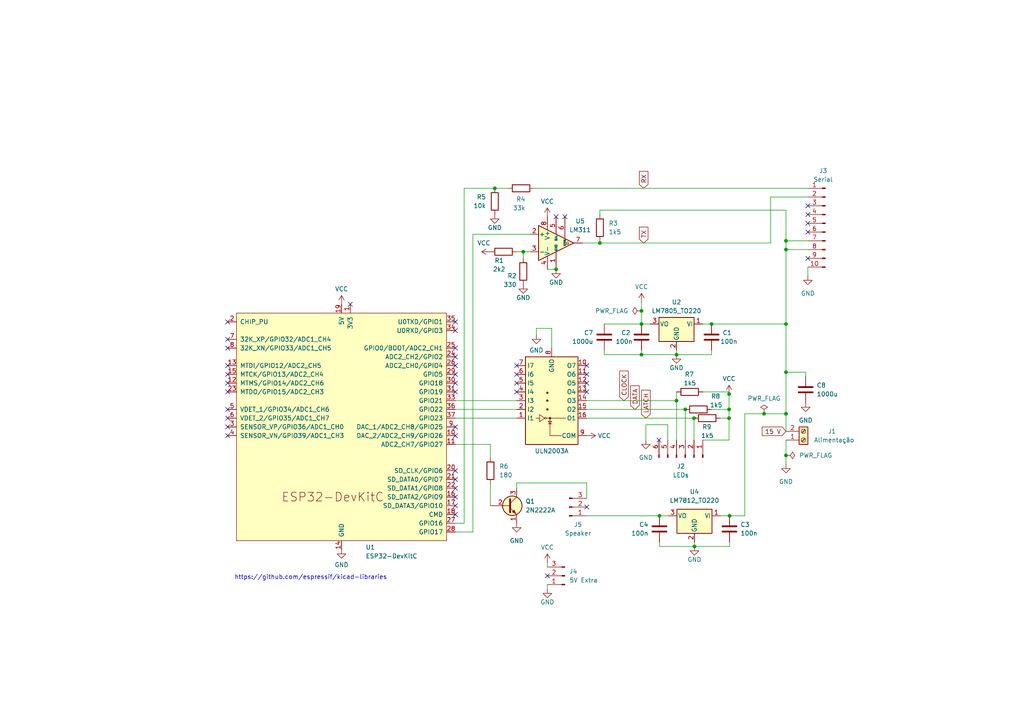
<source format=kicad_sch>
(kicad_sch (version 20231120) (generator "eeschema") (generator_version "8.0")
  (paper "A4")
  (lib_symbols
    (symbol "Comparator:LM311" (pin_names (offset 0.127))
      (property "Reference" "U" (at 3.81 6.35 0))
      (property "Value" "LM311" (at 3.81 3.81 0))
      (symbol "LM311_0_1"
        (polyline (pts (xy 5.08 0) (xy -5.08 5.08) (xy -5.08 -5.08) (xy 5.08 0)) (stroke (width 0.254)) (fill (type background)))
        (polyline (pts (xy 3.683 -0.381) (xy 3.302 -0.381) (xy 3.683 0) (xy 3.302 0.381) (xy 2.921 0) (xy 3.302 -0.381) (xy 2.921 -0.381)) (stroke (width 0.127)))
      )
      (symbol "LM311_1_1"
        (pin passive line (at 0 -7.62 90) (length 5.08) (name "GND") (number "1"))
        (pin input line (at -7.62 2.54 0) (length 2.54) (name "+") (number "2"))
        (pin input line (at -7.62 -2.54 0) (length 2.54) (name "-") (number "3"))
        (pin power_in line (at -2.54 -7.62 90) (length 3.81) (name "V-") (number "4"))
        (pin input line (at 0 7.62 270) (length 5.08) (name "BAL") (number "5"))
        (pin input line (at 2.54 7.62 270) (length 6.35) (name "STRB") (number "6"))
        (pin open_collector line (at 7.62 0 180) (length 2.54) (name "~") (number "7"))
        (pin power_in line (at -2.54 7.62 270) (length 3.81) (name "V+") (number "8"))
      )
    )
    (symbol "Connector:Conn_01x03_Pin" (pin_names (offset 1.016) hide)
      (property "Reference" "J" (at 0 5.08 0))
      (property "Value" "Conn_01x03_Pin" (at 0 -5.08 0))
      (symbol "Conn_01x03_Pin_1_1"
        (polyline (pts (xy 1.27 -2.54) (xy 0.8636 -2.54)) (stroke (width 0.1524)))
        (polyline (pts (xy 1.27 0) (xy 0.8636 0)) (stroke (width 0.1524)))
        (polyline (pts (xy 1.27 2.54) (xy 0.8636 2.54)) (stroke (width 0.1524)))
        (rectangle (start 0.8636 -2.413) (end 0 -2.667) (stroke (width 0.1524)) (fill (type outline)))
        (rectangle (start 0.8636 0.127) (end 0 -0.127) (stroke (width 0.1524)) (fill (type outline)))
        (rectangle (start 0.8636 2.667) (end 0 2.413) (stroke (width 0.1524)) (fill (type outline)))
        (pin passive line (at 5.08 2.54 180) (length 3.81) (name "Pin_1") (number "1"))
        (pin passive line (at 5.08 0 180) (length 3.81) (name "Pin_2") (number "2"))
        (pin passive line (at 5.08 -2.54 180) (length 3.81) (name "Pin_3") (number "3"))
      )
    )
    (symbol "Connector:Conn_01x06_Pin" (pin_names (offset 1.016) hide)
      (property "Reference" "J" (at 0 7.62 0))
      (property "Value" "Conn_01x06_Pin" (at 0 -10.16 0))
      (symbol "Conn_01x06_Pin_1_1"
        (polyline (pts (xy 1.27 -7.62) (xy 0.8636 -7.62)) (stroke (width 0.1524)))
        (polyline (pts (xy 1.27 -5.08) (xy 0.8636 -5.08)) (stroke (width 0.1524)))
        (polyline (pts (xy 1.27 -2.54) (xy 0.8636 -2.54)) (stroke (width 0.1524)))
        (polyline (pts (xy 1.27 0) (xy 0.8636 0)) (stroke (width 0.1524)))
        (polyline (pts (xy 1.27 2.54) (xy 0.8636 2.54)) (stroke (width 0.1524)))
        (polyline (pts (xy 1.27 5.08) (xy 0.8636 5.08)) (stroke (width 0.1524)))
        (rectangle (start 0.8636 -7.493) (end 0 -7.747) (stroke (width 0.1524)) (fill (type outline)))
        (rectangle (start 0.8636 -4.953) (end 0 -5.207) (stroke (width 0.1524)) (fill (type outline)))
        (rectangle (start 0.8636 -2.413) (end 0 -2.667) (stroke (width 0.1524)) (fill (type outline)))
        (rectangle (start 0.8636 0.127) (end 0 -0.127) (stroke (width 0.1524)) (fill (type outline)))
        (rectangle (start 0.8636 2.667) (end 0 2.413) (stroke (width 0.1524)) (fill (type outline)))
        (rectangle (start 0.8636 5.207) (end 0 4.953) (stroke (width 0.1524)) (fill (type outline)))
        (pin passive line (at 5.08 5.08 180) (length 3.81) (name "Pin_1") (number "1"))
        (pin passive line (at 5.08 2.54 180) (length 3.81) (name "Pin_2") (number "2"))
        (pin passive line (at 5.08 0 180) (length 3.81) (name "Pin_3") (number "3"))
        (pin passive line (at 5.08 -2.54 180) (length 3.81) (name "Pin_4") (number "4"))
        (pin passive line (at 5.08 -5.08 180) (length 3.81) (name "Pin_5") (number "5"))
        (pin passive line (at 5.08 -7.62 180) (length 3.81) (name "Pin_6") (number "6"))
      )
    )
    (symbol "Connector:Conn_01x10_Pin" (pin_names (offset 1.016) hide)
      (property "Reference" "J" (at 0 12.7 0))
      (property "Value" "Conn_01x10_Pin" (at 0 -15.24 0))
      (symbol "Conn_01x10_Pin_1_1"
        (polyline (pts (xy 1.27 -12.7) (xy 0.8636 -12.7)) (stroke (width 0.1524)))
        (polyline (pts (xy 1.27 -10.16) (xy 0.8636 -10.16)) (stroke (width 0.1524)))
        (polyline (pts (xy 1.27 -7.62) (xy 0.8636 -7.62)) (stroke (width 0.1524)))
        (polyline (pts (xy 1.27 -5.08) (xy 0.8636 -5.08)) (stroke (width 0.1524)))
        (polyline (pts (xy 1.27 -2.54) (xy 0.8636 -2.54)) (stroke (width 0.1524)))
        (polyline (pts (xy 1.27 0) (xy 0.8636 0)) (stroke (width 0.1524)))
        (polyline (pts (xy 1.27 2.54) (xy 0.8636 2.54)) (stroke (width 0.1524)))
        (polyline (pts (xy 1.27 5.08) (xy 0.8636 5.08)) (stroke (width 0.1524)))
        (polyline (pts (xy 1.27 7.62) (xy 0.8636 7.62)) (stroke (width 0.1524)))
        (polyline (pts (xy 1.27 10.16) (xy 0.8636 10.16)) (stroke (width 0.1524)))
        (rectangle (start 0.8636 -12.573) (end 0 -12.827) (stroke (width 0.1524)) (fill (type outline)))
        (rectangle (start 0.8636 -10.033) (end 0 -10.287) (stroke (width 0.1524)) (fill (type outline)))
        (rectangle (start 0.8636 -7.493) (end 0 -7.747) (stroke (width 0.1524)) (fill (type outline)))
        (rectangle (start 0.8636 -4.953) (end 0 -5.207) (stroke (width 0.1524)) (fill (type outline)))
        (rectangle (start 0.8636 -2.413) (end 0 -2.667) (stroke (width 0.1524)) (fill (type outline)))
        (rectangle (start 0.8636 0.127) (end 0 -0.127) (stroke (width 0.1524)) (fill (type outline)))
        (rectangle (start 0.8636 2.667) (end 0 2.413) (stroke (width 0.1524)) (fill (type outline)))
        (rectangle (start 0.8636 5.207) (end 0 4.953) (stroke (width 0.1524)) (fill (type outline)))
        (rectangle (start 0.8636 7.747) (end 0 7.493) (stroke (width 0.1524)) (fill (type outline)))
        (rectangle (start 0.8636 10.287) (end 0 10.033) (stroke (width 0.1524)) (fill (type outline)))
        (pin passive line (at 5.08 10.16 180) (length 3.81) (name "Pin_1") (number "1"))
        (pin passive line (at 5.08 -12.7 180) (length 3.81) (name "Pin_10") (number "10"))
        (pin passive line (at 5.08 7.62 180) (length 3.81) (name "Pin_2") (number "2"))
        (pin passive line (at 5.08 5.08 180) (length 3.81) (name "Pin_3") (number "3"))
        (pin passive line (at 5.08 2.54 180) (length 3.81) (name "Pin_4") (number "4"))
        (pin passive line (at 5.08 0 180) (length 3.81) (name "Pin_5") (number "5"))
        (pin passive line (at 5.08 -2.54 180) (length 3.81) (name "Pin_6") (number "6"))
        (pin passive line (at 5.08 -5.08 180) (length 3.81) (name "Pin_7") (number "7"))
        (pin passive line (at 5.08 -7.62 180) (length 3.81) (name "Pin_8") (number "8"))
        (pin passive line (at 5.08 -10.16 180) (length 3.81) (name "Pin_9") (number "9"))
      )
    )
    (symbol "Connector:Screw_Terminal_01x02" (pin_names (offset 1.016) hide)
      (property "Reference" "J" (at 0 2.54 0))
      (property "Value" "Screw_Terminal_01x02" (at 0 -5.08 0))
      (symbol "Screw_Terminal_01x02_1_1"
        (rectangle (start -1.27 1.27) (end 1.27 -3.81) (stroke (width 0.254)) (fill (type background)))
        (circle (center 0 -2.54) (radius 0.635) (stroke (width 0.1524)))
        (polyline (pts (xy -0.5334 -2.2098) (xy 0.3302 -3.048)) (stroke (width 0.1524)))
        (polyline (pts (xy -0.5334 0.3302) (xy 0.3302 -0.508)) (stroke (width 0.1524)))
        (polyline (pts (xy -0.3556 -2.032) (xy 0.508 -2.8702)) (stroke (width 0.1524)))
        (polyline (pts (xy -0.3556 0.508) (xy 0.508 -0.3302)) (stroke (width 0.1524)))
        (circle (center 0 0) (radius 0.635) (stroke (width 0.1524)))
        (pin passive line (at -5.08 0 0) (length 3.81) (name "Pin_1") (number "1"))
        (pin passive line (at -5.08 -2.54 0) (length 3.81) (name "Pin_2") (number "2"))
      )
    )
    (symbol "Device:C" (pin_numbers hide) (pin_names (offset 0.254))
      (property "Reference" "C" (at 0.635 2.54 0))
      (property "Value" "C" (at 0.635 -2.54 0))
      (symbol "C_0_1"
        (polyline (pts (xy -2.032 -0.762) (xy 2.032 -0.762)) (stroke (width 0.508)))
        (polyline (pts (xy -2.032 0.762) (xy 2.032 0.762)) (stroke (width 0.508)))
      )
      (symbol "C_1_1"
        (pin passive line (at 0 3.81 270) (length 2.794) (name "~") (number "1"))
        (pin passive line (at 0 -3.81 90) (length 2.794) (name "~") (number "2"))
      )
    )
    (symbol "Device:R" (pin_numbers hide) (pin_names (offset 0))
      (property "Reference" "R" (at 2.032 0 90))
      (property "Value" "R" (at 0 0 90))
      (symbol "R_0_1"
        (rectangle (start -1.016 -2.54) (end 1.016 2.54) (stroke (width 0.254)))
      )
      (symbol "R_1_1"
        (pin passive line (at 0 3.81 270) (length 1.27) (name "~") (number "1"))
        (pin passive line (at 0 -3.81 90) (length 1.27) (name "~") (number "2"))
      )
    )
    (symbol "PCM_Espressif:ESP32-DevKitC" (pin_names (offset 1.016))
      (property "Reference" "U" (at -30.48 38.1 0))
      (property "Value" "ESP32-DevKitC" (at -30.48 35.56 0))
      (symbol "ESP32-DevKitC_0_0"
        (text "ESP32-DevKitC" (at -2.54 -20.32 0) (effects (font (size 2.54 2.54))))
        (pin power_in line (at 0 -35.56 90) (length 2.54) (name "GND") (number "14"))
        (pin power_in line (at 0 35.56 270) (length 2.54) (name "5V") (number "19"))
      )
      (symbol "ESP32-DevKitC_0_1"
        (rectangle (start -30.48 33.02) (end 30.48 -33.02) (fill (type background)))
      )
      (symbol "ESP32-DevKitC_1_1"
        (pin power_in line (at 2.54 35.56 270) (length 2.54) (name "3V3") (number "1"))
        (pin bidirectional line (at 33.02 -2.54 180) (length 2.54) (name "DAC_2/ADC2_CH9/GPIO26") (number "10"))
        (pin bidirectional line (at 33.02 -5.08 180) (length 2.54) (name "ADC2_CH7/GPIO27") (number "11"))
        (pin bidirectional line (at -33.02 12.7 0) (length 2.54) (name "MTMS/GPIO14/ADC2_CH6") (number "12"))
        (pin bidirectional line (at -33.02 17.78 0) (length 2.54) (name "MTDI/GPIO12/ADC2_CH5") (number "13"))
        (pin bidirectional line (at -33.02 15.24 0) (length 2.54) (name "MTCK/GPIO13/ADC2_CH4") (number "15"))
        (pin bidirectional line (at 33.02 -20.32 180) (length 2.54) (name "SD_DATA2/GPIO9") (number "16"))
        (pin bidirectional line (at 33.02 -22.86 180) (length 2.54) (name "SD_DATA3/GPIO10") (number "17"))
        (pin bidirectional line (at 33.02 -25.4 180) (length 2.54) (name "CMD") (number "18"))
        (pin input line (at -33.02 30.48 0) (length 2.54) (name "CHIP_PU") (number "2"))
        (pin bidirectional line (at 33.02 -12.7 180) (length 2.54) (name "SD_CLK/GPIO6") (number "20"))
        (pin bidirectional line (at 33.02 -15.24 180) (length 2.54) (name "SD_DATA0/GPIO7") (number "21"))
        (pin bidirectional line (at 33.02 -17.78 180) (length 2.54) (name "SD_DATA1/GPIO8") (number "22"))
        (pin bidirectional line (at -33.02 10.16 0) (length 2.54) (name "MTDO/GPIO15/ADC2_CH3") (number "23"))
        (pin bidirectional line (at 33.02 20.32 180) (length 2.54) (name "ADC2_CH2/GPIO2") (number "24"))
        (pin bidirectional line (at 33.02 22.86 180) (length 2.54) (name "GPIO0/BOOT/ADC2_CH1") (number "25"))
        (pin bidirectional line (at 33.02 17.78 180) (length 2.54) (name "ADC2_CH0/GPIO4") (number "26"))
        (pin bidirectional line (at 33.02 -27.94 180) (length 2.54) (name "GPIO16") (number "27"))
        (pin bidirectional line (at 33.02 -30.48 180) (length 2.54) (name "GPIO17") (number "28"))
        (pin bidirectional line (at 33.02 15.24 180) (length 2.54) (name "GPIO5") (number "29"))
        (pin input line (at -33.02 0 0) (length 2.54) (name "SENSOR_VP/GPIO36/ADC1_CH0") (number "3"))
        (pin bidirectional line (at 33.02 12.7 180) (length 2.54) (name "GPIO18") (number "30"))
        (pin bidirectional line (at 33.02 10.16 180) (length 2.54) (name "GPIO19") (number "31"))
        (pin passive line (at 0 -35.56 90) (length 2.54) hide (name "GND") (number "32"))
        (pin bidirectional line (at 33.02 7.62 180) (length 2.54) (name "GPIO21") (number "33"))
        (pin bidirectional line (at 33.02 27.94 180) (length 2.54) (name "U0RXD/GPIO3") (number "34"))
        (pin bidirectional line (at 33.02 30.48 180) (length 2.54) (name "U0TXD/GPIO1") (number "35"))
        (pin bidirectional line (at 33.02 5.08 180) (length 2.54) (name "GPIO22") (number "36"))
        (pin bidirectional line (at 33.02 2.54 180) (length 2.54) (name "GPIO23") (number "37"))
        (pin passive line (at 0 -35.56 90) (length 2.54) hide (name "GND") (number "38"))
        (pin input line (at -33.02 -2.54 0) (length 2.54) (name "SENSOR_VN/GPIO39/ADC1_CH3") (number "4"))
        (pin input line (at -33.02 5.08 0) (length 2.54) (name "VDET_1/GPIO34/ADC1_CH6") (number "5"))
        (pin input line (at -33.02 2.54 0) (length 2.54) (name "VDET_2/GPIO35/ADC1_CH7") (number "6"))
        (pin bidirectional line (at -33.02 25.4 0) (length 2.54) (name "32K_XP/GPIO32/ADC1_CH4") (number "7"))
        (pin bidirectional line (at -33.02 22.86 0) (length 2.54) (name "32K_XN/GPIO33/ADC1_CH5") (number "8"))
        (pin bidirectional line (at 33.02 0 180) (length 2.54) (name "DAC_1/ADC2_CH8/GPIO25") (number "9"))
      )
    )
    (symbol "PCM_Transistor_BJT_AKL:2N2222A" (pin_names hide)
      (property "Reference" "Q" (at 5.08 1.27 0))
      (property "Value" "2N2222A" (at 5.08 -1.27 0))
      (symbol "2N2222A_0_1"
        (polyline (pts (xy 0.635 0.635) (xy 2.54 2.54)))
        (polyline (pts (xy 0.635 -0.635) (xy 2.54 -2.54) (xy 2.54 -2.54)))
        (polyline (pts (xy 0.635 1.905) (xy 0.635 -1.905) (xy 0.635 -1.905)) (stroke (width 0.508)))
        (polyline (pts (xy 1.27 -1.778) (xy 1.778 -1.27) (xy 2.286 -2.286) (xy 1.27 -1.778) (xy 1.27 -1.778)) (fill (type outline)))
        (circle (center 1.27 0) (radius 2.8194) (stroke (width 0.254)) (fill (type background)))
      )
      (symbol "2N2222A_1_1"
        (pin passive line (at 2.54 -5.08 90) (length 2.54) (name "E") (number "1"))
        (pin passive line (at -5.08 0 0) (length 5.715) (name "B") (number "2"))
        (pin passive line (at 2.54 5.08 270) (length 2.54) (name "C") (number "3"))
      )
    )
    (symbol "Regulator_Linear:LM7805_TO220" (pin_names (offset 0.254))
      (property "Reference" "U" (at -3.81 3.175 0))
      (property "Value" "LM7805_TO220" (at 0 3.175 0))
      (symbol "LM7805_TO220_0_1"
        (rectangle (start -5.08 1.905) (end 5.08 -5.08) (stroke (width 0.254)) (fill (type background)))
      )
      (symbol "LM7805_TO220_1_1"
        (pin power_in line (at -7.62 0 0) (length 2.54) (name "VI") (number "1"))
        (pin power_in line (at 0 -7.62 90) (length 2.54) (name "GND") (number "2"))
        (pin power_out line (at 7.62 0 180) (length 2.54) (name "VO") (number "3"))
      )
    )
    (symbol "Regulator_Linear:LM7812_TO220" (pin_names (offset 0.254))
      (property "Reference" "U" (at -3.81 3.175 0))
      (property "Value" "LM7812_TO220" (at 0 3.175 0))
      (symbol "LM7812_TO220_0_1"
        (rectangle (start -5.08 1.905) (end 5.08 -5.08) (stroke (width 0.254)) (fill (type background)))
      )
      (symbol "LM7812_TO220_1_1"
        (pin power_in line (at -7.62 0 0) (length 2.54) (name "VI") (number "1"))
        (pin power_in line (at 0 -7.62 90) (length 2.54) (name "GND") (number "2"))
        (pin power_out line (at 7.62 0 180) (length 2.54) (name "VO") (number "3"))
      )
    )
    (symbol "Transistor_Array:ULN2003A"
      (property "Reference" "U" (at 0 15.875 0))
      (property "Value" "ULN2003A" (at 0 13.97 0))
      (symbol "ULN2003A_0_1"
        (rectangle (start -7.62 -12.7) (end 7.62 12.7) (stroke (width 0.254)) (fill (type background)))
        (circle (center -1.778 5.08) (radius 0.254))
        (circle (center -1.27 -2.286) (radius 0.254) (fill (type outline)))
        (circle (center -1.27 0) (radius 0.254) (fill (type outline)))
        (circle (center -1.27 2.54) (radius 0.254) (fill (type outline)))
        (circle (center -0.508 5.08) (radius 0.254) (fill (type outline)))
        (polyline (pts (xy -4.572 5.08) (xy -3.556 5.08)))
        (polyline (pts (xy -1.524 5.08) (xy 4.064 5.08)))
        (polyline (pts (xy 0 6.731) (xy -1.016 6.731)))
        (polyline (pts (xy -0.508 5.08) (xy -0.508 10.16) (xy 2.921 10.16)))
        (polyline (pts (xy -3.556 6.096) (xy -3.556 4.064) (xy -2.032 5.08) (xy -3.556 6.096)))
        (polyline (pts (xy 0 5.969) (xy -1.016 5.969) (xy -0.508 6.731) (xy 0 5.969)))
      )
      (symbol "ULN2003A_1_1"
        (pin input line (at -10.16 5.08 0) (length 2.54) (name "I1") (number "1"))
        (pin open_collector line (at 10.16 -10.16 180) (length 2.54) (name "O7") (number "10"))
        (pin open_collector line (at 10.16 -7.62 180) (length 2.54) (name "O6") (number "11"))
        (pin open_collector line (at 10.16 -5.08 180) (length 2.54) (name "O5") (number "12"))
        (pin open_collector line (at 10.16 -2.54 180) (length 2.54) (name "O4") (number "13"))
        (pin open_collector line (at 10.16 0 180) (length 2.54) (name "O3") (number "14"))
        (pin open_collector line (at 10.16 2.54 180) (length 2.54) (name "O2") (number "15"))
        (pin open_collector line (at 10.16 5.08 180) (length 2.54) (name "O1") (number "16"))
        (pin input line (at -10.16 2.54 0) (length 2.54) (name "I2") (number "2"))
        (pin input line (at -10.16 0 0) (length 2.54) (name "I3") (number "3"))
        (pin input line (at -10.16 -2.54 0) (length 2.54) (name "I4") (number "4"))
        (pin input line (at -10.16 -5.08 0) (length 2.54) (name "I5") (number "5"))
        (pin input line (at -10.16 -7.62 0) (length 2.54) (name "I6") (number "6"))
        (pin input line (at -10.16 -10.16 0) (length 2.54) (name "I7") (number "7"))
        (pin power_in line (at 0 -15.24 90) (length 2.54) (name "GND") (number "8"))
        (pin passive line (at 10.16 10.16 180) (length 2.54) (name "COM") (number "9"))
      )
    )
    (symbol "power:GND" (power) (pin_names (offset 0))
      (property "Value" "GND" (at 0 -3.81 0))
      (symbol "GND_0_1"
        (polyline (pts (xy 0 0) (xy 0 -1.27) (xy 1.27 -1.27) (xy 0 -2.54) (xy -1.27 -1.27) (xy 0 -1.27)))
      )
      (symbol "GND_1_1"
        (pin power_in line (at 0 0 270) (length 0) hide (name "GND") (number "1"))
      )
    )
    (symbol "power:PWR_FLAG" (power) (pin_numbers hide) (pin_names (offset 0) hide)
      (property "Value" "PWR_FLAG" (at 0 3.81 0))
      (symbol "PWR_FLAG_0_0"
        (pin power_out line (at 0 0 90) (length 0) (name "pwr") (number "1"))
      )
      (symbol "PWR_FLAG_0_1"
        (polyline (pts (xy 0 0) (xy 0 1.27) (xy -1.016 1.905) (xy 0 2.54) (xy 1.016 1.905) (xy 0 1.27)))
      )
    )
    (symbol "power:VCC" (power) (pin_names (offset 0))
      (property "Value" "VCC" (at 0 3.81 0))
      (symbol "VCC_0_1"
        (polyline (pts (xy -0.762 1.27) (xy 0 2.54)))
        (polyline (pts (xy 0 0) (xy 0 2.54)))
        (polyline (pts (xy 0 2.54) (xy 0.762 1.27)))
      )
      (symbol "VCC_1_1"
        (pin power_in line (at 0 0 90) (length 0) hide (name "VCC") (number "1"))
      )
    )
  )
  (junction (at 227.965 132.08))
  (junction (at 161.29 78.105))
  (junction (at 173.99 70.485))
  (junction (at 227.965 107.95))
  (junction (at 196.215 102.87))
  (junction (at 227.965 72.39))
  (junction (at 191.262 149.606))
  (junction (at 201.422 158.496))
  (junction (at 143.51 54.61))
  (junction (at 196.215 116.205))
  (junction (at 186.055 90.17))
  (junction (at 201.295 121.285))
  (junction (at 198.755 118.745))
  (junction (at 227.965 93.98))
  (junction (at 206.375 93.98))
  (junction (at 211.455 121.285))
  (junction (at 211.455 114.3))
  (junction (at 186.055 93.98))
  (junction (at 227.965 69.85))
  (junction (at 151.765 73.025))
  (junction (at 211.455 118.745))
  (junction (at 221.615 120.015))
  (junction (at 186.055 102.87))
  (junction (at 211.582 149.606))
  (junction (at 227.965 120.015))
  (no_connect (at 132.08 93.345))
  (no_connect (at 132.08 139.065))
  (no_connect (at 234.315 62.23))
  (no_connect (at 234.315 59.69))
  (no_connect (at 132.08 149.225))
  (no_connect (at 132.08 126.365))
  (no_connect (at 161.29 62.865))
  (no_connect (at 170.18 108.585))
  (no_connect (at 163.83 62.865))
  (no_connect (at 158.75 167.005))
  (no_connect (at 132.08 146.685))
  (no_connect (at 234.315 64.77))
  (no_connect (at 132.08 141.605))
  (no_connect (at 234.315 67.31))
  (no_connect (at 66.04 123.825))
  (no_connect (at 66.04 93.345))
  (no_connect (at 191.135 127.635))
  (no_connect (at 170.18 111.125))
  (no_connect (at 66.04 121.285))
  (no_connect (at 170.18 106.045))
  (no_connect (at 149.86 108.585))
  (no_connect (at 132.08 123.825))
  (no_connect (at 66.04 111.125))
  (no_connect (at 66.04 108.585))
  (no_connect (at 149.86 113.665))
  (no_connect (at 132.08 111.125))
  (no_connect (at 170.18 113.665))
  (no_connect (at 132.08 95.885))
  (no_connect (at 66.04 113.665))
  (no_connect (at 66.04 98.425))
  (no_connect (at 132.08 108.585))
  (no_connect (at 149.86 111.125))
  (no_connect (at 170.18 147.066))
  (no_connect (at 66.04 126.365))
  (no_connect (at 234.315 74.93))
  (no_connect (at 132.08 136.525))
  (no_connect (at 132.08 103.505))
  (no_connect (at 66.04 106.045))
  (no_connect (at 149.86 106.045))
  (no_connect (at 101.6 88.265))
  (no_connect (at 132.08 144.145))
  (no_connect (at 132.08 113.665))
  (no_connect (at 132.08 106.045))
  (no_connect (at 66.04 118.745))
  (no_connect (at 132.08 100.965))
  (no_connect (at 66.04 100.965))
  (wire (pts (xy 142.24 128.905) (xy 142.24 132.715)))
  (wire (pts (xy 193.675 123.19) (xy 187.325 123.19)))
  (wire (pts (xy 175.26 102.87) (xy 186.055 102.87)))
  (wire (pts (xy 233.68 107.95) (xy 227.965 107.95)))
  (wire (pts (xy 168.91 70.485) (xy 173.99 70.485)))
  (wire (pts (xy 132.08 118.745) (xy 149.86 118.745)))
  (wire (pts (xy 223.52 70.485) (xy 173.99 70.485)))
  (wire (pts (xy 227.965 132.08) (xy 227.965 134.62)))
  (wire (pts (xy 211.582 157.226) (xy 211.582 158.496)))
  (wire (pts (xy 187.325 123.19) (xy 187.325 127.635)))
  (wire (pts (xy 227.965 120.015) (xy 227.965 125.095)))
  (wire (pts (xy 201.295 121.285) (xy 201.295 127.635)))
  (wire (pts (xy 175.26 101.6) (xy 175.26 102.87)))
  (wire (pts (xy 142.24 140.335) (xy 142.24 146.685)))
  (wire (pts (xy 186.055 102.87) (xy 186.055 101.6)))
  (wire (pts (xy 158.75 170.815) (xy 158.75 169.545)))
  (wire (pts (xy 227.965 72.39) (xy 227.965 93.98)))
  (wire (pts (xy 132.08 121.285) (xy 149.86 121.285)))
  (wire (pts (xy 223.52 57.15) (xy 234.315 57.15)))
  (wire (pts (xy 151.765 73.025) (xy 153.67 73.025)))
  (wire (pts (xy 227.965 60.96) (xy 227.965 69.85)))
  (wire (pts (xy 211.455 114.3) (xy 211.455 118.745)))
  (wire (pts (xy 203.835 93.98) (xy 206.375 93.98)))
  (wire (pts (xy 134.62 54.61) (xy 143.51 54.61)))
  (wire (pts (xy 216.027 120.015) (xy 221.615 120.015)))
  (wire (pts (xy 137.16 67.945) (xy 137.16 154.305)))
  (wire (pts (xy 211.455 127.635) (xy 203.835 127.635)))
  (wire (pts (xy 191.262 157.226) (xy 191.262 158.496)))
  (wire (pts (xy 173.99 60.96) (xy 227.965 60.96)))
  (wire (pts (xy 175.26 93.98) (xy 186.055 93.98)))
  (wire (pts (xy 216.027 120.015) (xy 216.027 149.606)))
  (wire (pts (xy 186.055 93.98) (xy 188.595 93.98)))
  (wire (pts (xy 234.315 77.47) (xy 234.315 80.01)))
  (wire (pts (xy 193.675 127.635) (xy 193.675 123.19)))
  (wire (pts (xy 203.835 113.665) (xy 211.455 113.665)))
  (wire (pts (xy 170.18 116.205) (xy 196.215 116.205)))
  (wire (pts (xy 211.582 158.496) (xy 201.422 158.496)))
  (wire (pts (xy 227.965 107.95) (xy 227.965 120.015)))
  (wire (pts (xy 227.965 69.85) (xy 234.315 69.85)))
  (wire (pts (xy 132.08 128.905) (xy 142.24 128.905)))
  (wire (pts (xy 132.08 116.205) (xy 149.86 116.205)))
  (wire (pts (xy 151.765 74.93) (xy 151.765 73.025)))
  (wire (pts (xy 206.375 118.745) (xy 211.455 118.745)))
  (wire (pts (xy 216.027 149.606) (xy 211.582 149.606)))
  (wire (pts (xy 160.02 95.25) (xy 155.575 95.25)))
  (wire (pts (xy 223.52 57.15) (xy 223.52 70.485)))
  (wire (pts (xy 211.455 121.285) (xy 208.915 121.285)))
  (wire (pts (xy 186.055 90.17) (xy 186.055 93.98)))
  (wire (pts (xy 191.262 158.496) (xy 201.422 158.496)))
  (wire (pts (xy 227.965 72.39) (xy 227.965 69.85)))
  (wire (pts (xy 211.455 113.665) (xy 211.455 114.3)))
  (wire (pts (xy 196.215 102.87) (xy 186.055 102.87)))
  (wire (pts (xy 155.575 95.25) (xy 155.575 97.155)))
  (wire (pts (xy 191.262 149.606) (xy 193.802 149.606)))
  (wire (pts (xy 201.422 157.226) (xy 201.422 158.496)))
  (wire (pts (xy 149.86 73.025) (xy 151.765 73.025)))
  (wire (pts (xy 221.615 120.015) (xy 227.965 120.015)))
  (wire (pts (xy 206.375 102.87) (xy 196.215 102.87)))
  (wire (pts (xy 196.215 102.87) (xy 196.215 101.6)))
  (wire (pts (xy 170.18 144.526) (xy 170.18 140.081)))
  (wire (pts (xy 170.18 121.285) (xy 201.295 121.285)))
  (wire (pts (xy 211.455 121.285) (xy 211.455 127.635)))
  (wire (pts (xy 196.215 116.205) (xy 196.215 127.635)))
  (wire (pts (xy 143.51 54.61) (xy 147.32 54.61)))
  (wire (pts (xy 198.755 127.635) (xy 198.755 118.745)))
  (wire (pts (xy 206.375 93.98) (xy 227.965 93.98)))
  (wire (pts (xy 137.16 67.945) (xy 153.67 67.945)))
  (wire (pts (xy 132.08 154.305) (xy 137.16 154.305)))
  (wire (pts (xy 233.68 109.22) (xy 233.68 107.95)))
  (wire (pts (xy 149.86 140.081) (xy 170.18 140.081)))
  (wire (pts (xy 186.055 87.63) (xy 186.055 90.17)))
  (wire (pts (xy 196.215 113.665) (xy 196.215 116.205)))
  (wire (pts (xy 227.965 127.635) (xy 227.965 132.08)))
  (wire (pts (xy 170.18 149.606) (xy 191.262 149.606)))
  (wire (pts (xy 154.94 54.61) (xy 234.315 54.61)))
  (wire (pts (xy 206.375 102.87) (xy 206.375 101.6)))
  (wire (pts (xy 160.02 100.965) (xy 160.02 95.25)))
  (wire (pts (xy 173.99 69.85) (xy 173.99 70.485)))
  (wire (pts (xy 173.99 60.96) (xy 173.99 62.23)))
  (wire (pts (xy 134.62 54.61) (xy 134.62 151.765)))
  (wire (pts (xy 211.582 149.606) (xy 209.042 149.606)))
  (wire (pts (xy 227.965 72.39) (xy 234.315 72.39)))
  (wire (pts (xy 170.18 118.745) (xy 198.755 118.745)))
  (wire (pts (xy 227.965 93.98) (xy 227.965 107.95)))
  (wire (pts (xy 158.75 78.105) (xy 161.29 78.105)))
  (wire (pts (xy 149.86 140.081) (xy 149.86 141.605)))
  (wire (pts (xy 211.455 118.745) (xy 211.455 121.285)))
  (wire (pts (xy 158.75 163.195) (xy 158.75 164.465)))
  (wire (pts (xy 132.08 151.765) (xy 134.62 151.765)))
  (text "https://github.com/espressif/kicad-libraries" (at 67.945 168.275 0) (effects (font (size 1.27 1.27)) (justify left bottom)))
  (global_label "LATCH" (shape input) (at 187.325 121.285 90) (property "Intersheetrefs" "${INTERSHEET_REFS}" (effects (hide yes))))
  (global_label "RX" (shape input) (at 186.69 54.61 90) (property "Intersheetrefs" "${INTERSHEET_REFS}" (effects (hide yes))))
  (global_label "TX" (shape input) (at 186.69 70.485 90) (property "Intersheetrefs" "${INTERSHEET_REFS}" (effects (hide yes))))
  (global_label "15 V" (shape input) (at 227.965 125.095 180) (property "Intersheetrefs" "${INTERSHEET_REFS}" (effects (hide yes))))
  (global_label "CLOCK" (shape input) (at 180.975 116.205 90) (property "Intersheetrefs" "${INTERSHEET_REFS}" (effects (hide yes))))
  (global_label "DATA" (shape input) (at 184.15 118.745 90) (property "Intersheetrefs" "${INTERSHEET_REFS}" (effects (hide yes))))
  (symbol (lib_id "Device:R") (at 173.99 66.04 180) (unit 1)
    (property "Reference" "R3" (at 176.53 64.77 0) (effects (justify right)))
    (property "Value" "1k5" (at 176.53 67.31 0) (effects (justify right)))
    (property "Footprint" "PCM_Resistor_THT_AKL:R_Axial_DIN0204_L3.6mm_D1.6mm_P7.62mm_Horizontal" (effects (hide yes)))
  )
  (symbol (lib_id "power:VCC") (at 158.75 62.865 0) (mirror y) (unit 1)
    (property "Reference" "#PWR014" (effects (hide yes)))
    (property "Value" "VCC" (at 158.75 58.42 0))
  )
  (symbol (lib_id "Connector:Conn_01x10_Pin") (at 239.395 64.77 0) (mirror y) (unit 1)
    (property "Reference" "J3" (at 238.76 49.53 0))
    (property "Value" "Serial" (at 238.76 52.07 0))
    (property "Footprint" "Connector_PinHeader_2.54mm:PinHeader_2x05_P2.54mm_Vertical" (effects (hide yes)))
  )
  (symbol (lib_id "PCM_Espressif:ESP32-DevKitC") (at 99.06 123.825 0) (unit 1)
    (property "Reference" "U1" (at 106.045 158.75 0) (effects (justify left)))
    (property "Value" "ESP32-DevKitC" (at 106.045 161.29 0) (effects (justify left)))
    (property "Footprint" "PCM_Espressif:ESP32-DevKitC" (effects (hide yes)))
    (property "Datasheet" "https://docs.espressif.com/projects/esp-idf/zh_CN/latest/esp32/hw-reference/esp32/get-started-devkitc.html" (effects (hide yes)))
  )
  (symbol (lib_id "Device:R") (at 205.105 121.285 270) (unit 1)
    (property "Reference" "R9" (at 206.375 123.825 90) (effects (justify right)))
    (property "Value" "1k5" (at 207.01 126.365 90) (effects (justify right)))
    (property "Footprint" "Resistor_THT:R_Axial_DIN0204_L3.6mm_D1.6mm_P5.08mm_Horizontal" (effects (hide yes)))
  )
  (symbol (lib_id "Device:R") (at 142.24 136.525 180) (unit 1)
    (property "Reference" "R6" (at 144.78 135.255 0) (effects (justify right)))
    (property "Value" "180" (at 144.78 137.795 0) (effects (justify right)))
    (property "Footprint" "PCM_Resistor_THT_AKL:R_Axial_DIN0204_L3.6mm_D1.6mm_P10.16mm_Horizontal" (effects (hide yes)))
  )
  (symbol (lib_id "PCM_Transistor_BJT_AKL:2N2222A") (at 147.32 146.685 0) (unit 1)
    (property "Reference" "Q1" (at 152.4 145.415 0) (effects (justify left)))
    (property "Value" "2N2222A" (at 152.4 147.955 0) (effects (justify left)))
    (property "Footprint" "PCM_Package_TO_SOT_THT_AKL:TO-92_EBC" (effects (hide yes)))
    (property "Datasheet" "https://www.st.com/resource/en/datasheet/cd00003223.pdf" (effects (hide yes)))
  )
  (symbol (lib_id "power:GND") (at 143.51 62.23 0) (mirror y) (unit 1)
    (property "Reference" "#PWR016" (effects (hide yes)))
    (property "Value" "GND" (at 143.51 66.04 0))
  )
  (symbol (lib_id "Device:C") (at 175.26 97.79 0) (mirror y) (unit 1)
    (property "Reference" "C7" (at 172.085 96.52 0) (effects (justify left)))
    (property "Value" "1000u" (at 172.085 99.06 0) (effects (justify left)))
    (property "Footprint" "Capacitor_THT:C_Radial_D8.0mm_H11.5mm_P3.50mm" (effects (hide yes)))
  )
  (symbol (lib_id "power:GND") (at 227.965 134.62 0) (mirror y) (unit 1)
    (property "Reference" "#PWR01" (effects (hide yes)))
    (property "Value" "GND" (at 227.965 139.7 0))
  )
  (symbol (lib_id "power:VCC") (at 170.18 126.365 270) (mirror x) (unit 1)
    (property "Reference" "#PWR09" (effects (hide yes)))
    (property "Value" "VCC" (at 173.355 126.365 90) (effects (justify left)))
  )
  (symbol (lib_id "power:GND") (at 187.325 127.635 0) (mirror y) (unit 1)
    (property "Reference" "#PWR02" (effects (hide yes)))
    (property "Value" "GND" (at 187.325 132.715 0))
  )
  (symbol (lib_id "power:GND") (at 201.422 158.496 0) (mirror y) (unit 1)
    (property "Reference" "#PWR010" (effects (hide yes)))
    (property "Value" "GND" (at 201.422 162.306 0))
  )
  (symbol (lib_id "power:VCC") (at 186.055 87.63 0) (mirror y) (unit 1)
    (property "Reference" "#PWR03" (effects (hide yes)))
    (property "Value" "VCC" (at 186.055 83.185 0))
  )
  (symbol (lib_id "power:PWR_FLAG") (at 186.055 90.17 90) (unit 1)
    (property "Reference" "#FLG03" (effects (hide yes)))
    (property "Value" "PWR_FLAG" (at 182.245 90.17 90) (effects (justify left)))
  )
  (symbol (lib_id "power:GND") (at 234.315 80.01 0) (mirror y) (unit 1)
    (property "Reference" "#PWR018" (effects (hide yes)))
    (property "Value" "GND" (at 234.315 85.09 0))
  )
  (symbol (lib_id "Device:C") (at 191.262 153.416 0) (mirror y) (unit 1)
    (property "Reference" "C4" (at 188.087 152.146 0) (effects (justify left)))
    (property "Value" "100n" (at 188.087 154.686 0) (effects (justify left)))
    (property "Footprint" "Capacitor_THT:C_Disc_D5.0mm_W2.5mm_P2.50mm" (effects (hide yes)))
  )
  (symbol (lib_id "power:GND") (at 99.06 159.385 0) (unit 1)
    (property "Reference" "#PWR07" (effects (hide yes)))
    (property "Value" "GND" (at 99.06 163.83 0))
  )
  (symbol (lib_id "Device:R") (at 143.51 58.42 0) (mirror x) (unit 1)
    (property "Reference" "R5" (at 140.97 57.15 0) (effects (justify right)))
    (property "Value" "10k" (at 140.97 59.69 0) (effects (justify right)))
    (property "Footprint" "PCM_Resistor_THT_AKL:R_Axial_DIN0204_L3.6mm_D1.6mm_P7.62mm_Horizontal" (effects (hide yes)))
  )
  (symbol (lib_id "Device:R") (at 146.05 73.025 90) (unit 1)
    (property "Reference" "R1" (at 144.78 75.565 90))
    (property "Value" "2k2" (at 144.78 78.105 90))
    (property "Footprint" "PCM_Resistor_THT_AKL:R_Axial_DIN0204_L3.6mm_D1.6mm_P7.62mm_Horizontal" (effects (hide yes)))
  )
  (symbol (lib_id "power:VCC") (at 158.75 163.195 0) (unit 1)
    (property "Reference" "#PWR019" (effects (hide yes)))
    (property "Value" "VCC" (at 158.75 158.75 0))
  )
  (symbol (lib_id "Device:C") (at 211.582 153.416 0) (unit 1)
    (property "Reference" "C3" (at 214.757 152.146 0) (effects (justify left)))
    (property "Value" "100n" (at 214.757 154.686 0) (effects (justify left)))
    (property "Footprint" "Capacitor_THT:C_Disc_D5.0mm_W2.5mm_P2.50mm" (effects (hide yes)))
  )
  (symbol (lib_id "Connector:Conn_01x06_Pin") (at 198.755 132.715 270) (mirror x) (unit 1)
    (property "Reference" "J2" (at 197.485 135.255 90))
    (property "Value" "LEDs" (at 197.485 137.795 90))
    (property "Footprint" "Connector_PinHeader_2.54mm:PinHeader_1x06_P2.54mm_Vertical" (effects (hide yes)))
  )
  (symbol (lib_id "Device:R") (at 151.765 78.74 0) (mirror x) (unit 1)
    (property "Reference" "R2" (at 149.86 80.01 0) (effects (justify right)))
    (property "Value" "330" (at 149.86 82.55 0) (effects (justify right)))
    (property "Footprint" "PCM_Resistor_THT_AKL:R_Axial_DIN0204_L3.6mm_D1.6mm_P7.62mm_Horizontal" (effects (hide yes)))
  )
  (symbol (lib_id "Device:R") (at 200.025 113.665 270) (unit 1)
    (property "Reference" "R7" (at 201.295 108.585 90) (effects (justify right)))
    (property "Value" "1k5" (at 201.93 111.125 90) (effects (justify right)))
    (property "Footprint" "Resistor_THT:R_Axial_DIN0204_L3.6mm_D1.6mm_P7.62mm_Horizontal" (effects (hide yes)))
  )
  (symbol (lib_id "Connector:Conn_01x03_Pin") (at 165.1 147.066 0) (mirror x) (unit 1)
    (property "Reference" "J5" (at 167.64 152.146 0))
    (property "Value" "Speaker" (at 167.64 154.686 0))
    (property "Footprint" "Connector_PinHeader_2.54mm:PinHeader_1x03_P2.54mm_Vertical" (effects (hide yes)))
  )
  (symbol (lib_id "power:GND") (at 233.68 116.84 0) (mirror y) (unit 1)
    (property "Reference" "#PWR08" (effects (hide yes)))
    (property "Value" "GND" (at 233.68 121.92 0))
  )
  (symbol (lib_id "power:GND") (at 196.215 102.87 0) (mirror y) (unit 1)
    (property "Reference" "#PWR05" (effects (hide yes)))
    (property "Value" "GND" (at 196.215 106.68 0))
  )
  (symbol (lib_id "Device:R") (at 151.13 54.61 270) (unit 1)
    (property "Reference" "R4" (at 152.4 57.785 90) (effects (justify right)))
    (property "Value" "33k" (at 152.4 60.325 90) (effects (justify right)))
    (property "Footprint" "PCM_Resistor_THT_AKL:R_Axial_DIN0204_L3.6mm_D1.6mm_P7.62mm_Horizontal" (effects (hide yes)))
  )
  (symbol (lib_id "Device:C") (at 206.375 97.79 0) (unit 1)
    (property "Reference" "C1" (at 209.55 96.52 0) (effects (justify left)))
    (property "Value" "100n" (at 208.915 99.06 0) (effects (justify left)))
    (property "Footprint" "Capacitor_THT:C_Disc_D5.0mm_W2.5mm_P2.50mm" (effects (hide yes)))
  )
  (symbol (lib_id "Regulator_Linear:LM7812_TO220") (at 201.422 149.606 0) (mirror y) (unit 1)
    (property "Reference" "U4" (at 201.422 142.621 0))
    (property "Value" "LM7812_TO220" (at 201.422 145.161 0))
    (property "Footprint" "Package_TO_SOT_THT:TO-220-3_Vertical" (effects (hide yes)))
    (property "Datasheet" "https://www.onsemi.cn/PowerSolutions/document/MC7800-D.PDF" (effects (hide yes)))
  )
  (symbol (lib_id "Regulator_Linear:LM7805_TO220") (at 196.215 93.98 0) (mirror y) (unit 1)
    (property "Reference" "U2" (at 196.215 87.63 0))
    (property "Value" "LM7805_TO220" (at 196.215 90.17 0))
    (property "Footprint" "Package_TO_SOT_THT:TO-220-3_Vertical" (effects (hide yes)))
    (property "Datasheet" "https://www.onsemi.cn/PowerSolutions/document/MC7800-D.PDF" (effects (hide yes)))
  )
  (symbol (lib_id "power:VCC") (at 99.06 88.265 0) (unit 1)
    (property "Reference" "#PWR06" (effects (hide yes)))
    (property "Value" "VCC" (at 99.06 83.82 0))
  )
  (symbol (lib_id "power:GND") (at 161.29 78.105 0) (mirror y) (unit 1)
    (property "Reference" "#PWR013" (effects (hide yes)))
    (property "Value" "GND" (at 161.29 81.915 0))
  )
  (symbol (lib_id "power:VCC") (at 211.455 114.3 0) (unit 1)
    (property "Reference" "#PWR04" (effects (hide yes)))
    (property "Value" "VCC" (at 211.455 109.855 0))
  )
  (symbol (lib_id "Transistor_Array:ULN2003A") (at 160.02 116.205 0) (mirror x) (unit 1)
    (property "Reference" "U3" (effects (hide yes)))
    (property "Value" "ULN2003A" (at 160.02 130.81 0))
    (property "Footprint" "Package_DIP:DIP-16_W7.62mm_LongPads" (effects (hide yes)))
    (property "Datasheet" "http://www.ti.com/lit/ds/symlink/uln2003a.pdf" (effects (hide yes)))
  )
  (symbol (lib_id "power:VCC") (at 142.24 73.025 90) (unit 1)
    (property "Reference" "#PWR017" (effects (hide yes)))
    (property "Value" "VCC" (at 140.335 70.485 90))
  )
  (symbol (lib_id "power:PWR_FLAG") (at 221.615 120.015 0) (unit 1)
    (property "Reference" "#FLG01" (effects (hide yes)))
    (property "Value" "PWR_FLAG" (at 221.615 115.57 0))
  )
  (symbol (lib_id "power:GND") (at 151.765 82.55 0) (mirror y) (unit 1)
    (property "Reference" "#PWR015" (effects (hide yes)))
    (property "Value" "GND" (at 151.765 86.36 0))
  )
  (symbol (lib_id "Device:R") (at 202.565 118.745 270) (unit 1)
    (property "Reference" "R8" (at 208.915 114.935 90) (effects (justify right)))
    (property "Value" "1k5" (at 209.55 117.475 90) (effects (justify right)))
    (property "Footprint" "Resistor_THT:R_Axial_DIN0204_L3.6mm_D1.6mm_P5.08mm_Horizontal" (effects (hide yes)))
  )
  (symbol (lib_id "power:PWR_FLAG") (at 227.965 132.08 270) (unit 1)
    (property "Reference" "#FLG02" (effects (hide yes)))
    (property "Value" "PWR_FLAG" (at 231.775 132.08 90) (effects (justify left)))
  )
  (symbol (lib_id "Connector:Conn_01x03_Pin") (at 163.83 167.005 180) (unit 1)
    (property "Reference" "J4" (at 165.1 165.7349 0) (effects (justify right)))
    (property "Value" "5V Extra" (at 165.1 168.2749 0) (effects (justify right)))
    (property "Footprint" "Connector_PinHeader_2.54mm:PinHeader_1x03_P2.54mm_Vertical" (effects (hide yes)))
    (property "Description" "Generic connector, single row, 01x03, script generated" (effects (hide yes)))
  )
  (symbol (lib_id "Device:C") (at 186.055 97.79 0) (mirror y) (unit 1)
    (property "Reference" "C2" (at 182.88 96.52 0) (effects (justify left)))
    (property "Value" "100n" (at 183.515 99.06 0) (effects (justify left)))
    (property "Footprint" "Capacitor_THT:C_Disc_D5.0mm_W2.5mm_P2.50mm" (effects (hide yes)))
  )
  (symbol (lib_id "Comparator:LM311") (at 161.29 70.485 0) (unit 1)
    (property "Reference" "U5" (at 168.275 64.135 0))
    (property "Value" "LM311" (at 168.275 66.675 0))
    (property "Footprint" "Package_DIP:DIP-8_W7.62mm_LongPads" (effects (hide yes)))
    (property "Datasheet" "https://www.st.com/resource/en/datasheet/lm311.pdf" (effects (hide yes)))
  )
  (symbol (lib_id "power:GND") (at 149.86 151.765 0) (unit 1)
    (property "Reference" "#PWR011" (effects (hide yes)))
    (property "Value" "GND" (at 149.86 156.845 0))
  )
  (symbol (lib_id "Device:C") (at 233.68 113.03 0) (unit 1)
    (property "Reference" "C8" (at 236.855 111.76 0) (effects (justify left)))
    (property "Value" "1000u" (at 236.855 114.3 0) (effects (justify left)))
    (property "Footprint" "Capacitor_THT:C_Radial_D8.0mm_H11.5mm_P3.50mm" (effects (hide yes)))
  )
  (symbol (lib_id "power:GND") (at 155.575 97.155 0) (mirror y) (unit 1)
    (property "Reference" "#PWR012" (effects (hide yes)))
    (property "Value" "GND" (at 155.575 101.6 0))
  )
  (symbol (lib_id "power:GND") (at 158.75 170.815 0) (mirror y) (unit 1)
    (property "Reference" "#PWR020" (effects (hide yes)))
    (property "Value" "GND" (at 158.75 174.625 0))
  )
  (symbol (lib_id "Connector:Screw_Terminal_01x02") (at 233.045 127.635 0) (mirror x) (unit 1)
    (property "Reference" "J1" (at 241.3 125.095 0))
    (property "Value" "Alimentação" (at 241.935 127.635 0))
    (property "Footprint" "TerminalBlock:TerminalBlock_Altech_AK300-2_P5.00mm" (effects (hide yes)))
  )
)
</source>
